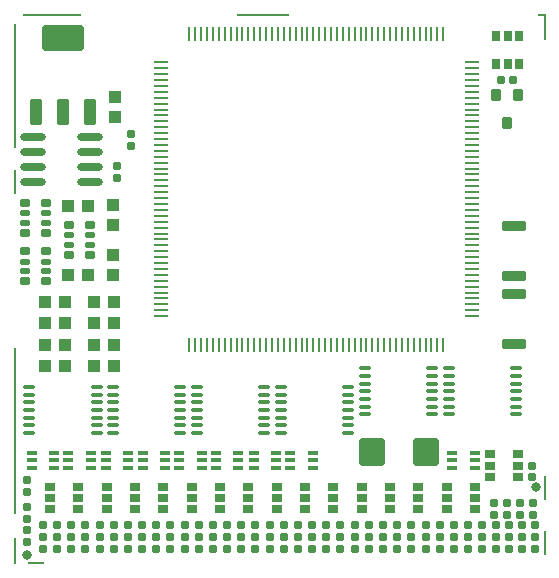
<source format=gtp>
G04*
G04 #@! TF.GenerationSoftware,Altium Limited,Altium Designer,23.8.1 (32)*
G04*
G04 Layer_Color=8421504*
%FSLAX25Y25*%
%MOIN*%
G70*
G04*
G04 #@! TF.SameCoordinates,CE5C0E95-24B0-4152-A057-43932919F0CC*
G04*
G04*
G04 #@! TF.FilePolarity,Positive*
G04*
G01*
G75*
%ADD17R,0.00787X0.55217*%
%ADD18R,0.00787X0.41732*%
%ADD19R,0.00787X0.07874*%
%ADD20R,0.02657X0.00787*%
%ADD21R,0.17717X0.00787*%
%ADD22R,0.19685X0.00787*%
%ADD23R,0.00787X0.08661*%
%ADD24R,0.00787X0.07972*%
%ADD25R,0.00787X0.09055*%
%ADD26R,0.00787X0.08268*%
%ADD27R,0.05512X0.00787*%
G04:AMPARAMS|DCode=28|XSize=12.6mil|YSize=31.5mil|CornerRadius=1.26mil|HoleSize=0mil|Usage=FLASHONLY|Rotation=270.000|XOffset=0mil|YOffset=0mil|HoleType=Round|Shape=RoundedRectangle|*
%AMROUNDEDRECTD28*
21,1,0.01260,0.02898,0,0,270.0*
21,1,0.01008,0.03150,0,0,270.0*
1,1,0.00252,-0.01449,-0.00504*
1,1,0.00252,-0.01449,0.00504*
1,1,0.00252,0.01449,0.00504*
1,1,0.00252,0.01449,-0.00504*
%
%ADD28ROUNDEDRECTD28*%
%ADD29C,0.03150*%
%ADD30O,0.05118X0.00866*%
%ADD31O,0.00866X0.05118*%
G04:AMPARAMS|DCode=32|XSize=23.62mil|YSize=35.43mil|CornerRadius=2.36mil|HoleSize=0mil|Usage=FLASHONLY|Rotation=270.000|XOffset=0mil|YOffset=0mil|HoleType=Round|Shape=RoundedRectangle|*
%AMROUNDEDRECTD32*
21,1,0.02362,0.03071,0,0,270.0*
21,1,0.01890,0.03543,0,0,270.0*
1,1,0.00472,-0.01535,-0.00945*
1,1,0.00472,-0.01535,0.00945*
1,1,0.00472,0.01535,0.00945*
1,1,0.00472,0.01535,-0.00945*
%
%ADD32ROUNDEDRECTD32*%
G04:AMPARAMS|DCode=33|XSize=27.56mil|YSize=23.62mil|CornerRadius=2.36mil|HoleSize=0mil|Usage=FLASHONLY|Rotation=180.000|XOffset=0mil|YOffset=0mil|HoleType=Round|Shape=RoundedRectangle|*
%AMROUNDEDRECTD33*
21,1,0.02756,0.01890,0,0,180.0*
21,1,0.02284,0.02362,0,0,180.0*
1,1,0.00472,-0.01142,0.00945*
1,1,0.00472,0.01142,0.00945*
1,1,0.00472,0.01142,-0.00945*
1,1,0.00472,-0.01142,-0.00945*
%
%ADD33ROUNDEDRECTD33*%
G04:AMPARAMS|DCode=34|XSize=27.56mil|YSize=23.62mil|CornerRadius=2.36mil|HoleSize=0mil|Usage=FLASHONLY|Rotation=90.000|XOffset=0mil|YOffset=0mil|HoleType=Round|Shape=RoundedRectangle|*
%AMROUNDEDRECTD34*
21,1,0.02756,0.01890,0,0,90.0*
21,1,0.02284,0.02362,0,0,90.0*
1,1,0.00472,0.00945,0.01142*
1,1,0.00472,0.00945,-0.01142*
1,1,0.00472,-0.00945,-0.01142*
1,1,0.00472,-0.00945,0.01142*
%
%ADD34ROUNDEDRECTD34*%
G04:AMPARAMS|DCode=35|XSize=25.59mil|YSize=31.5mil|CornerRadius=2.56mil|HoleSize=0mil|Usage=FLASHONLY|Rotation=90.000|XOffset=0mil|YOffset=0mil|HoleType=Round|Shape=RoundedRectangle|*
%AMROUNDEDRECTD35*
21,1,0.02559,0.02638,0,0,90.0*
21,1,0.02047,0.03150,0,0,90.0*
1,1,0.00512,0.01319,0.01024*
1,1,0.00512,0.01319,-0.01024*
1,1,0.00512,-0.01319,-0.01024*
1,1,0.00512,-0.01319,0.01024*
%
%ADD35ROUNDEDRECTD35*%
G04:AMPARAMS|DCode=36|XSize=17.72mil|YSize=31.5mil|CornerRadius=1.77mil|HoleSize=0mil|Usage=FLASHONLY|Rotation=90.000|XOffset=0mil|YOffset=0mil|HoleType=Round|Shape=RoundedRectangle|*
%AMROUNDEDRECTD36*
21,1,0.01772,0.02795,0,0,90.0*
21,1,0.01417,0.03150,0,0,90.0*
1,1,0.00354,0.01398,0.00709*
1,1,0.00354,0.01398,-0.00709*
1,1,0.00354,-0.01398,-0.00709*
1,1,0.00354,-0.01398,0.00709*
%
%ADD36ROUNDEDRECTD36*%
G04:AMPARAMS|DCode=37|XSize=39.37mil|YSize=43.31mil|CornerRadius=3.94mil|HoleSize=0mil|Usage=FLASHONLY|Rotation=0.000|XOffset=0mil|YOffset=0mil|HoleType=Round|Shape=RoundedRectangle|*
%AMROUNDEDRECTD37*
21,1,0.03937,0.03543,0,0,0.0*
21,1,0.03150,0.04331,0,0,0.0*
1,1,0.00787,0.01575,-0.01772*
1,1,0.00787,-0.01575,-0.01772*
1,1,0.00787,-0.01575,0.01772*
1,1,0.00787,0.01575,0.01772*
%
%ADD37ROUNDEDRECTD37*%
G04:AMPARAMS|DCode=38|XSize=35.43mil|YSize=37.4mil|CornerRadius=3.54mil|HoleSize=0mil|Usage=FLASHONLY|Rotation=180.000|XOffset=0mil|YOffset=0mil|HoleType=Round|Shape=RoundedRectangle|*
%AMROUNDEDRECTD38*
21,1,0.03543,0.03032,0,0,180.0*
21,1,0.02835,0.03740,0,0,180.0*
1,1,0.00709,-0.01417,0.01516*
1,1,0.00709,0.01417,0.01516*
1,1,0.00709,0.01417,-0.01516*
1,1,0.00709,-0.01417,-0.01516*
%
%ADD38ROUNDEDRECTD38*%
G04:AMPARAMS|DCode=39|XSize=35.43mil|YSize=37.4mil|CornerRadius=3.54mil|HoleSize=0mil|Usage=FLASHONLY|Rotation=180.000|XOffset=0mil|YOffset=0mil|HoleType=Round|Shape=RoundedRectangle|*
%AMROUNDEDRECTD39*
21,1,0.03543,0.03032,0,0,180.0*
21,1,0.02835,0.03740,0,0,180.0*
1,1,0.00709,-0.01417,0.01516*
1,1,0.00709,0.01417,0.01516*
1,1,0.00709,0.01417,-0.01516*
1,1,0.00709,-0.01417,-0.01516*
%
%ADD39ROUNDEDRECTD39*%
%ADD40O,0.04331X0.01181*%
G04:AMPARAMS|DCode=41|XSize=43.31mil|YSize=84.65mil|CornerRadius=4.33mil|HoleSize=0mil|Usage=FLASHONLY|Rotation=0.000|XOffset=0mil|YOffset=0mil|HoleType=Round|Shape=RoundedRectangle|*
%AMROUNDEDRECTD41*
21,1,0.04331,0.07598,0,0,0.0*
21,1,0.03465,0.08465,0,0,0.0*
1,1,0.00866,0.01732,-0.03799*
1,1,0.00866,-0.01732,-0.03799*
1,1,0.00866,-0.01732,0.03799*
1,1,0.00866,0.01732,0.03799*
%
%ADD41ROUNDEDRECTD41*%
G04:AMPARAMS|DCode=42|XSize=43.31mil|YSize=84.65mil|CornerRadius=4.33mil|HoleSize=0mil|Usage=FLASHONLY|Rotation=0.000|XOffset=0mil|YOffset=0mil|HoleType=Round|Shape=RoundedRectangle|*
%AMROUNDEDRECTD42*
21,1,0.04331,0.07599,0,0,0.0*
21,1,0.03465,0.08465,0,0,0.0*
1,1,0.00866,0.01732,-0.03799*
1,1,0.00866,-0.01732,-0.03799*
1,1,0.00866,-0.01732,0.03799*
1,1,0.00866,0.01732,0.03799*
%
%ADD42ROUNDEDRECTD42*%
G04:AMPARAMS|DCode=43|XSize=137.8mil|YSize=84.65mil|CornerRadius=8.47mil|HoleSize=0mil|Usage=FLASHONLY|Rotation=0.000|XOffset=0mil|YOffset=0mil|HoleType=Round|Shape=RoundedRectangle|*
%AMROUNDEDRECTD43*
21,1,0.13780,0.06772,0,0,0.0*
21,1,0.12087,0.08465,0,0,0.0*
1,1,0.01693,0.06043,-0.03386*
1,1,0.01693,-0.06043,-0.03386*
1,1,0.01693,-0.06043,0.03386*
1,1,0.01693,0.06043,0.03386*
%
%ADD43ROUNDEDRECTD43*%
G04:AMPARAMS|DCode=44|XSize=39.37mil|YSize=43.31mil|CornerRadius=3.94mil|HoleSize=0mil|Usage=FLASHONLY|Rotation=270.000|XOffset=0mil|YOffset=0mil|HoleType=Round|Shape=RoundedRectangle|*
%AMROUNDEDRECTD44*
21,1,0.03937,0.03543,0,0,270.0*
21,1,0.03150,0.04331,0,0,270.0*
1,1,0.00787,-0.01772,-0.01575*
1,1,0.00787,-0.01772,0.01575*
1,1,0.00787,0.01772,0.01575*
1,1,0.00787,0.01772,-0.01575*
%
%ADD44ROUNDEDRECTD44*%
G04:AMPARAMS|DCode=45|XSize=23.62mil|YSize=35.43mil|CornerRadius=2.36mil|HoleSize=0mil|Usage=FLASHONLY|Rotation=180.000|XOffset=0mil|YOffset=0mil|HoleType=Round|Shape=RoundedRectangle|*
%AMROUNDEDRECTD45*
21,1,0.02362,0.03071,0,0,180.0*
21,1,0.01890,0.03543,0,0,180.0*
1,1,0.00472,-0.00945,0.01535*
1,1,0.00472,0.00945,0.01535*
1,1,0.00472,0.00945,-0.01535*
1,1,0.00472,-0.00945,-0.01535*
%
%ADD45ROUNDEDRECTD45*%
G04:AMPARAMS|DCode=46|XSize=86.61mil|YSize=90.55mil|CornerRadius=8.66mil|HoleSize=0mil|Usage=FLASHONLY|Rotation=180.000|XOffset=0mil|YOffset=0mil|HoleType=Round|Shape=RoundedRectangle|*
%AMROUNDEDRECTD46*
21,1,0.08661,0.07323,0,0,180.0*
21,1,0.06929,0.09055,0,0,180.0*
1,1,0.01732,-0.03465,0.03661*
1,1,0.01732,0.03465,0.03661*
1,1,0.01732,0.03465,-0.03661*
1,1,0.01732,-0.03465,-0.03661*
%
%ADD46ROUNDEDRECTD46*%
G04:AMPARAMS|DCode=47|XSize=31.5mil|YSize=78.74mil|CornerRadius=3.15mil|HoleSize=0mil|Usage=FLASHONLY|Rotation=90.000|XOffset=0mil|YOffset=0mil|HoleType=Round|Shape=RoundedRectangle|*
%AMROUNDEDRECTD47*
21,1,0.03150,0.07244,0,0,90.0*
21,1,0.02520,0.07874,0,0,90.0*
1,1,0.00630,0.03622,0.01260*
1,1,0.00630,0.03622,-0.01260*
1,1,0.00630,-0.03622,-0.01260*
1,1,0.00630,-0.03622,0.01260*
%
%ADD47ROUNDEDRECTD47*%
%ADD48O,0.08661X0.02362*%
D17*
X394Y44537D02*
D03*
D18*
Y159547D02*
D03*
D19*
X177165Y7087D02*
D03*
D20*
X176230Y183169D02*
D03*
D21*
X83366D02*
D03*
D22*
X12992D02*
D03*
D23*
X177165Y179232D02*
D03*
D24*
Y25246D02*
D03*
D25*
X394Y4528D02*
D03*
D26*
X394Y127461D02*
D03*
D27*
X7480Y394D02*
D03*
D28*
X153740Y32087D02*
D03*
X153740Y34646D02*
D03*
X153740Y37205D02*
D03*
X146260Y32087D02*
D03*
Y34646D02*
D03*
Y37205D02*
D03*
X55315Y37205D02*
D03*
Y34646D02*
D03*
Y32087D02*
D03*
X62795Y37205D02*
D03*
Y34646D02*
D03*
Y32087D02*
D03*
X99803Y32087D02*
D03*
Y34646D02*
D03*
Y37205D02*
D03*
X92323Y32087D02*
D03*
Y34646D02*
D03*
Y37205D02*
D03*
X80118Y37205D02*
D03*
Y34646D02*
D03*
Y32087D02*
D03*
X87599Y37205D02*
D03*
Y34646D02*
D03*
Y32087D02*
D03*
X75000Y32087D02*
D03*
Y34646D02*
D03*
Y37205D02*
D03*
X67520Y32087D02*
D03*
Y34646D02*
D03*
Y37205D02*
D03*
X38386Y32087D02*
D03*
Y34646D02*
D03*
Y37205D02*
D03*
X30906Y32087D02*
D03*
Y34646D02*
D03*
Y37205D02*
D03*
X18307Y37205D02*
D03*
Y34646D02*
D03*
Y32087D02*
D03*
X25787Y37205D02*
D03*
Y34646D02*
D03*
Y32087D02*
D03*
X13583Y32087D02*
D03*
Y34646D02*
D03*
Y37205D02*
D03*
X6102Y32087D02*
D03*
Y34646D02*
D03*
Y37205D02*
D03*
X43110Y37205D02*
D03*
Y34646D02*
D03*
Y32087D02*
D03*
X50591Y37205D02*
D03*
Y34646D02*
D03*
Y32087D02*
D03*
D29*
X174252Y25591D02*
D03*
X4724Y3150D02*
D03*
D30*
X49213Y167323D02*
D03*
Y165354D02*
D03*
Y163386D02*
D03*
Y161417D02*
D03*
Y159449D02*
D03*
Y157480D02*
D03*
Y155512D02*
D03*
Y153543D02*
D03*
Y151575D02*
D03*
Y149606D02*
D03*
Y147638D02*
D03*
Y145669D02*
D03*
Y143701D02*
D03*
Y141732D02*
D03*
Y139764D02*
D03*
Y137795D02*
D03*
Y135827D02*
D03*
Y133858D02*
D03*
Y131890D02*
D03*
Y129921D02*
D03*
Y127953D02*
D03*
Y125984D02*
D03*
Y124016D02*
D03*
Y122047D02*
D03*
Y120079D02*
D03*
Y118110D02*
D03*
Y116142D02*
D03*
Y114173D02*
D03*
Y112205D02*
D03*
Y110236D02*
D03*
Y108268D02*
D03*
Y106299D02*
D03*
Y104331D02*
D03*
Y102362D02*
D03*
Y100394D02*
D03*
Y98425D02*
D03*
Y96457D02*
D03*
Y94488D02*
D03*
Y92520D02*
D03*
Y90551D02*
D03*
Y88583D02*
D03*
Y86614D02*
D03*
Y84646D02*
D03*
Y82677D02*
D03*
X152756D02*
D03*
Y84646D02*
D03*
Y86614D02*
D03*
Y88583D02*
D03*
Y90551D02*
D03*
Y92520D02*
D03*
Y94488D02*
D03*
Y96457D02*
D03*
Y98425D02*
D03*
Y100394D02*
D03*
Y102362D02*
D03*
Y104331D02*
D03*
Y106299D02*
D03*
Y108268D02*
D03*
Y110236D02*
D03*
Y112205D02*
D03*
Y114173D02*
D03*
Y116142D02*
D03*
Y118110D02*
D03*
Y120079D02*
D03*
Y122047D02*
D03*
Y124016D02*
D03*
Y125984D02*
D03*
Y127953D02*
D03*
Y129921D02*
D03*
Y131890D02*
D03*
Y133858D02*
D03*
Y135827D02*
D03*
Y137795D02*
D03*
Y139764D02*
D03*
Y141732D02*
D03*
Y143701D02*
D03*
Y145669D02*
D03*
Y147638D02*
D03*
Y149606D02*
D03*
Y151575D02*
D03*
Y153543D02*
D03*
Y155512D02*
D03*
Y157480D02*
D03*
Y159449D02*
D03*
Y161417D02*
D03*
Y163386D02*
D03*
Y165354D02*
D03*
Y167323D02*
D03*
D31*
X58661Y73228D02*
D03*
X60630D02*
D03*
X62598D02*
D03*
X64567D02*
D03*
X66535D02*
D03*
X68504D02*
D03*
X70472D02*
D03*
X72441D02*
D03*
X74409D02*
D03*
X76378D02*
D03*
X78346D02*
D03*
X80315D02*
D03*
X82283D02*
D03*
X84252D02*
D03*
X86220D02*
D03*
X88189D02*
D03*
X90157D02*
D03*
X92126D02*
D03*
X94094D02*
D03*
X96063D02*
D03*
X98031D02*
D03*
X100000D02*
D03*
X101968D02*
D03*
X103937D02*
D03*
X105905D02*
D03*
X107874D02*
D03*
X109842D02*
D03*
X111811D02*
D03*
X113779D02*
D03*
X115748D02*
D03*
X117716D02*
D03*
X119685D02*
D03*
X121653D02*
D03*
X123622D02*
D03*
X125590D02*
D03*
X127559D02*
D03*
X129527D02*
D03*
X131496D02*
D03*
X133464D02*
D03*
X135433D02*
D03*
X137401D02*
D03*
X139370D02*
D03*
X141338D02*
D03*
X143307D02*
D03*
Y176771D02*
D03*
X141338D02*
D03*
X139370D02*
D03*
X137401D02*
D03*
X135433D02*
D03*
X133464D02*
D03*
X131496D02*
D03*
X129527D02*
D03*
X127559D02*
D03*
X125590D02*
D03*
X123622D02*
D03*
X121653D02*
D03*
X119685D02*
D03*
X117716D02*
D03*
X115748D02*
D03*
X113779D02*
D03*
X111811D02*
D03*
X109842D02*
D03*
X107874D02*
D03*
X105905D02*
D03*
X103937D02*
D03*
X101968D02*
D03*
X100000D02*
D03*
X98031D02*
D03*
X96063D02*
D03*
X94094D02*
D03*
X92126D02*
D03*
X90157D02*
D03*
X88189D02*
D03*
X86220D02*
D03*
X84252D02*
D03*
X82283D02*
D03*
X80315D02*
D03*
X78346D02*
D03*
X76378D02*
D03*
X74409D02*
D03*
X72441D02*
D03*
X70472D02*
D03*
X68504D02*
D03*
X66535D02*
D03*
X64567D02*
D03*
X62598D02*
D03*
X60630D02*
D03*
X58661D02*
D03*
D32*
X168307Y36614D02*
D03*
Y32874D02*
D03*
Y29134D02*
D03*
X158858D02*
D03*
Y32874D02*
D03*
Y36614D02*
D03*
X144488Y25787D02*
D03*
Y22047D02*
D03*
Y18307D02*
D03*
X153937D02*
D03*
Y22047D02*
D03*
Y25787D02*
D03*
X59449D02*
D03*
Y22047D02*
D03*
Y18307D02*
D03*
X50000Y18307D02*
D03*
Y22047D02*
D03*
X50000Y25787D02*
D03*
X21654D02*
D03*
X21654Y22047D02*
D03*
Y18307D02*
D03*
X12205D02*
D03*
Y22047D02*
D03*
X12205Y25787D02*
D03*
X40551Y25787D02*
D03*
Y22047D02*
D03*
Y18307D02*
D03*
X31102Y18307D02*
D03*
Y22047D02*
D03*
Y25787D02*
D03*
X78347D02*
D03*
Y22047D02*
D03*
Y18307D02*
D03*
X68898Y18307D02*
D03*
Y22047D02*
D03*
X68898Y25787D02*
D03*
X97244D02*
D03*
Y22047D02*
D03*
Y18307D02*
D03*
X87795D02*
D03*
Y22047D02*
D03*
Y25787D02*
D03*
X116142Y25787D02*
D03*
Y22047D02*
D03*
Y18307D02*
D03*
X106693D02*
D03*
Y22047D02*
D03*
Y25787D02*
D03*
X135039D02*
D03*
Y22047D02*
D03*
Y18307D02*
D03*
X125591Y18307D02*
D03*
Y22047D02*
D03*
X125591Y25787D02*
D03*
D33*
X174016Y9055D02*
D03*
Y12992D02*
D03*
X173228Y20472D02*
D03*
Y16535D02*
D03*
X160236Y20472D02*
D03*
Y16535D02*
D03*
X161024Y9055D02*
D03*
Y12992D02*
D03*
X168898Y20472D02*
D03*
Y16535D02*
D03*
X164567D02*
D03*
Y20472D02*
D03*
X165354Y9055D02*
D03*
Y12992D02*
D03*
X169685Y9055D02*
D03*
Y12992D02*
D03*
X165354Y9055D02*
D03*
Y5118D02*
D03*
X34449Y132677D02*
D03*
Y128740D02*
D03*
X172835Y32874D02*
D03*
Y28937D02*
D03*
X142126Y12992D02*
D03*
Y9055D02*
D03*
X156299Y5118D02*
D03*
Y9055D02*
D03*
X151575Y5118D02*
D03*
Y9055D02*
D03*
X146851Y5118D02*
D03*
Y9055D02*
D03*
X142126Y5118D02*
D03*
Y9055D02*
D03*
X156299Y12992D02*
D03*
Y9055D02*
D03*
X151575Y12992D02*
D03*
Y9055D02*
D03*
X146851Y12992D02*
D03*
Y9055D02*
D03*
X4724Y7480D02*
D03*
Y11417D02*
D03*
X47638Y9055D02*
D03*
Y5118D02*
D03*
X61811Y9055D02*
D03*
X61811Y5118D02*
D03*
X80709Y12992D02*
D03*
Y9055D02*
D03*
Y5118D02*
D03*
Y9055D02*
D03*
X90158D02*
D03*
X90158Y12992D02*
D03*
X90158Y9055D02*
D03*
X90158Y5118D02*
D03*
X113780Y12992D02*
D03*
Y9055D02*
D03*
X137402D02*
D03*
X137402Y12992D02*
D03*
X137402Y9055D02*
D03*
X137402Y5118D02*
D03*
X39173Y143504D02*
D03*
Y139567D02*
D03*
X4724Y28150D02*
D03*
Y24213D02*
D03*
X9843Y9055D02*
D03*
Y12992D02*
D03*
X14567Y9055D02*
D03*
Y12992D02*
D03*
X19291Y9055D02*
D03*
Y12992D02*
D03*
X24016Y9055D02*
D03*
Y12992D02*
D03*
X9843Y9055D02*
D03*
Y5118D02*
D03*
X14567Y9055D02*
D03*
Y5118D02*
D03*
X19291Y9055D02*
D03*
Y5118D02*
D03*
X24016Y9055D02*
D03*
Y5118D02*
D03*
X28740Y9055D02*
D03*
Y12992D02*
D03*
X33465Y9055D02*
D03*
Y12992D02*
D03*
X38189Y9055D02*
D03*
X38189Y12992D02*
D03*
X43031Y9055D02*
D03*
Y12992D02*
D03*
X28740Y9055D02*
D03*
Y5118D02*
D03*
X33465Y9055D02*
D03*
Y5118D02*
D03*
X38189Y9055D02*
D03*
X38189Y5118D02*
D03*
X42913Y9055D02*
D03*
Y5118D02*
D03*
X47638Y9055D02*
D03*
Y12992D02*
D03*
X52362Y9055D02*
D03*
Y12992D02*
D03*
X57087Y9055D02*
D03*
Y12992D02*
D03*
X61811Y9055D02*
D03*
Y12992D02*
D03*
X52362Y9055D02*
D03*
X52362Y5118D02*
D03*
X57087Y9055D02*
D03*
Y5118D02*
D03*
X66536Y12992D02*
D03*
Y9055D02*
D03*
X71260Y12992D02*
D03*
Y9055D02*
D03*
X75984Y12992D02*
D03*
Y9055D02*
D03*
X66536Y5118D02*
D03*
Y9055D02*
D03*
X71260Y5118D02*
D03*
Y9055D02*
D03*
X75984Y5118D02*
D03*
Y9055D02*
D03*
X85433D02*
D03*
Y12992D02*
D03*
X94882Y9055D02*
D03*
Y12992D02*
D03*
X99606Y9055D02*
D03*
Y12992D02*
D03*
X85433Y9055D02*
D03*
Y5118D02*
D03*
X94882Y9055D02*
D03*
Y5118D02*
D03*
X99606Y9055D02*
D03*
Y5118D02*
D03*
X104331Y12992D02*
D03*
Y9055D02*
D03*
X109055Y12992D02*
D03*
Y9055D02*
D03*
X118504Y12992D02*
D03*
Y9055D02*
D03*
X104331Y5118D02*
D03*
Y9055D02*
D03*
X109055Y5118D02*
D03*
Y9055D02*
D03*
X113780Y5118D02*
D03*
Y9055D02*
D03*
X118504Y5118D02*
D03*
Y9055D02*
D03*
X123228D02*
D03*
X123228Y12992D02*
D03*
X127953Y9055D02*
D03*
Y12992D02*
D03*
X132677Y9055D02*
D03*
Y12992D02*
D03*
X123228Y9055D02*
D03*
X123228Y5118D02*
D03*
X127953Y9055D02*
D03*
Y5118D02*
D03*
X132677Y9055D02*
D03*
Y5118D02*
D03*
X161024D02*
D03*
Y9055D02*
D03*
X169685Y5118D02*
D03*
Y9055D02*
D03*
X174016Y5118D02*
D03*
Y9055D02*
D03*
X4724Y19094D02*
D03*
Y15157D02*
D03*
D34*
X166496Y161319D02*
D03*
X162559D02*
D03*
D35*
X25512Y103051D02*
D03*
X18426D02*
D03*
X18426Y113091D02*
D03*
X25512D02*
D03*
X11024Y104331D02*
D03*
X3937D02*
D03*
Y94291D02*
D03*
X11024D02*
D03*
Y110433D02*
D03*
X3937D02*
D03*
Y120473D02*
D03*
X11024D02*
D03*
D36*
X25512Y106496D02*
D03*
X25512Y109646D02*
D03*
X18426Y109646D02*
D03*
Y106496D02*
D03*
X3937Y97736D02*
D03*
Y100886D02*
D03*
X11024D02*
D03*
Y97736D02*
D03*
Y113878D02*
D03*
Y117028D02*
D03*
X3937D02*
D03*
Y113878D02*
D03*
D37*
X17126Y66142D02*
D03*
X10433Y66142D02*
D03*
Y73228D02*
D03*
X17126D02*
D03*
X18307Y96457D02*
D03*
X25000Y96457D02*
D03*
Y119488D02*
D03*
X18307D02*
D03*
X17126Y87402D02*
D03*
X10433D02*
D03*
X33661Y87402D02*
D03*
X26969Y87402D02*
D03*
X17126Y80315D02*
D03*
X10433Y80315D02*
D03*
X33661Y80315D02*
D03*
X26969D02*
D03*
X33661Y73228D02*
D03*
X26969D02*
D03*
X33661Y66142D02*
D03*
X26969D02*
D03*
D38*
X164528Y147146D02*
D03*
X168268Y156398D02*
D03*
D39*
X160787Y156398D02*
D03*
D40*
X117126Y65354D02*
D03*
X117126Y62795D02*
D03*
Y60236D02*
D03*
X117126Y57677D02*
D03*
X117126Y55118D02*
D03*
Y52559D02*
D03*
X117126Y50000D02*
D03*
X139567Y65354D02*
D03*
Y62795D02*
D03*
Y60236D02*
D03*
Y57677D02*
D03*
Y55118D02*
D03*
Y52559D02*
D03*
Y50000D02*
D03*
X83662Y43701D02*
D03*
Y46260D02*
D03*
Y48819D02*
D03*
Y51378D02*
D03*
Y53937D02*
D03*
Y56496D02*
D03*
Y59055D02*
D03*
X61221Y43701D02*
D03*
Y46260D02*
D03*
Y48819D02*
D03*
Y51378D02*
D03*
Y53937D02*
D03*
Y56496D02*
D03*
Y59055D02*
D03*
X55709Y43701D02*
D03*
Y46260D02*
D03*
Y48819D02*
D03*
Y51378D02*
D03*
Y53937D02*
D03*
Y56496D02*
D03*
Y59055D02*
D03*
X33268Y43701D02*
D03*
Y46260D02*
D03*
Y48819D02*
D03*
Y51378D02*
D03*
Y53937D02*
D03*
Y56496D02*
D03*
Y59055D02*
D03*
X111614Y43701D02*
D03*
Y46260D02*
D03*
Y48819D02*
D03*
Y51378D02*
D03*
Y53937D02*
D03*
Y56496D02*
D03*
Y59055D02*
D03*
X89173Y43701D02*
D03*
Y46260D02*
D03*
Y48819D02*
D03*
Y51378D02*
D03*
Y53937D02*
D03*
Y56496D02*
D03*
Y59055D02*
D03*
X27756Y43701D02*
D03*
Y46260D02*
D03*
Y48819D02*
D03*
Y51378D02*
D03*
Y53937D02*
D03*
Y56496D02*
D03*
Y59055D02*
D03*
X5315Y43701D02*
D03*
Y46260D02*
D03*
Y48819D02*
D03*
Y51378D02*
D03*
Y53937D02*
D03*
Y56496D02*
D03*
Y59055D02*
D03*
X167520Y50000D02*
D03*
Y52559D02*
D03*
Y55118D02*
D03*
Y57677D02*
D03*
Y60236D02*
D03*
Y62795D02*
D03*
Y65354D02*
D03*
X145079Y50000D02*
D03*
Y52559D02*
D03*
Y55118D02*
D03*
Y57677D02*
D03*
Y60236D02*
D03*
Y62795D02*
D03*
Y65354D02*
D03*
D41*
X7480Y150886D02*
D03*
X25591D02*
D03*
D42*
X16535D02*
D03*
D43*
X16535Y175295D02*
D03*
D44*
X33268Y96457D02*
D03*
Y103150D02*
D03*
Y112992D02*
D03*
Y119685D02*
D03*
X34055Y149213D02*
D03*
Y155905D02*
D03*
D45*
X168504Y176181D02*
D03*
X164764D02*
D03*
X161024D02*
D03*
Y166732D02*
D03*
X164764D02*
D03*
X168504D02*
D03*
D46*
X137402Y37402D02*
D03*
X119685D02*
D03*
D47*
X166929Y112756D02*
D03*
Y96220D02*
D03*
Y73425D02*
D03*
Y89961D02*
D03*
D48*
X6693Y142246D02*
D03*
X6693Y137246D02*
D03*
X6693Y132246D02*
D03*
Y127246D02*
D03*
X25591Y142246D02*
D03*
X25591Y137246D02*
D03*
X25591Y132246D02*
D03*
Y127246D02*
D03*
M02*

</source>
